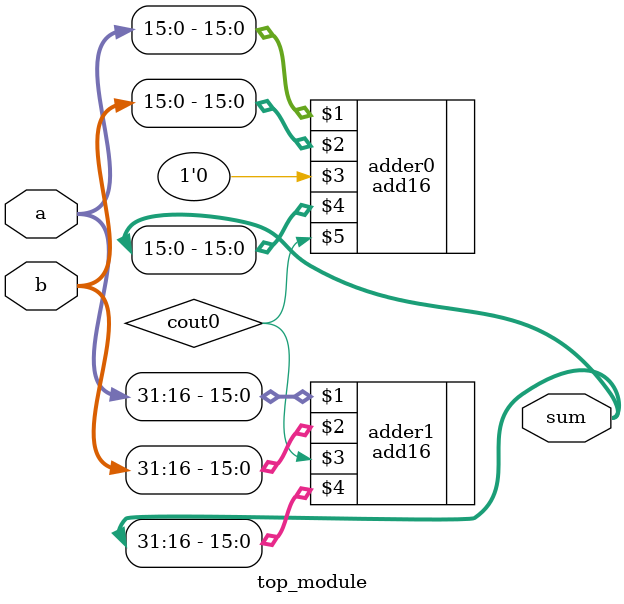
<source format=v>
module top_module(
    input [31:0] a,
    input [31:0] b,
    output [31:0] sum
);
    wire cout0;
    add16 adder0( a[15:0], b[15:0], 1'b0, sum[15:0], cout0 );
    add16 adder1( a[31:16], b[31:16], cout0, sum[31:16], );

endmodule

</source>
